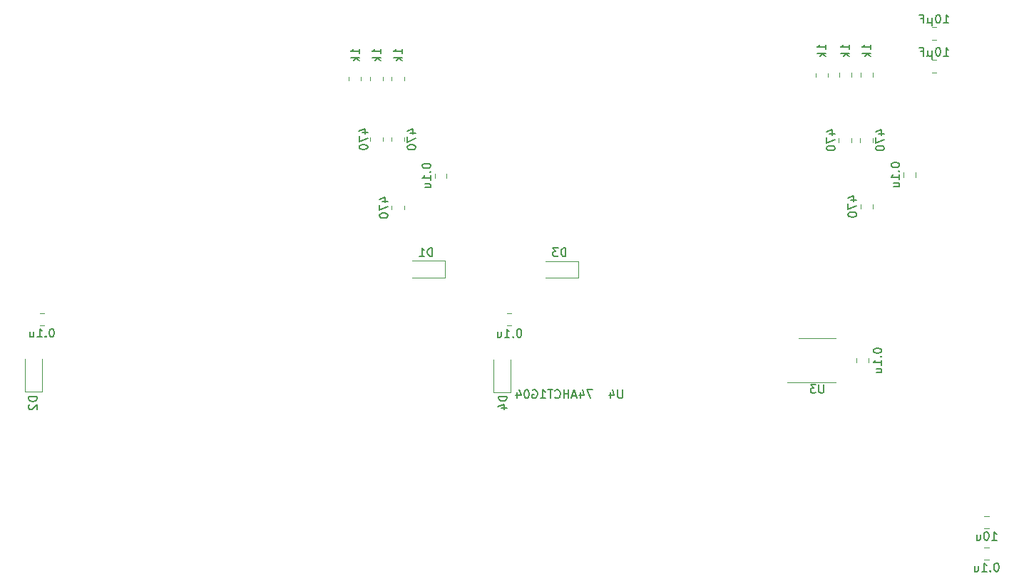
<source format=gbo>
%TF.GenerationSoftware,KiCad,Pcbnew,(6.0.2-0)*%
%TF.CreationDate,2022-03-26T21:25:16+01:00*%
%TF.ProjectId,mockingboard2k,6d6f636b-696e-4676-926f-617264326b2e,0.1*%
%TF.SameCoordinates,PXc52d8a0PY889e9c0*%
%TF.FileFunction,Legend,Bot*%
%TF.FilePolarity,Positive*%
%FSLAX46Y46*%
G04 Gerber Fmt 4.6, Leading zero omitted, Abs format (unit mm)*
G04 Created by KiCad (PCBNEW (6.0.2-0)) date 2022-03-26 21:25:16*
%MOMM*%
%LPD*%
G01*
G04 APERTURE LIST*
%ADD10C,0.150000*%
%ADD11C,0.120000*%
G04 APERTURE END LIST*
D10*
X-9491743Y13899620D02*
X-8920315Y13899620D01*
X-9206029Y13899620D02*
X-9206029Y14899620D01*
X-9110791Y14756762D01*
X-9015553Y14661524D01*
X-8920315Y14613905D01*
X-10110791Y14899620D02*
X-10206029Y14899620D01*
X-10301267Y14852000D01*
X-10348886Y14804381D01*
X-10396505Y14709143D01*
X-10444124Y14518667D01*
X-10444124Y14280572D01*
X-10396505Y14090096D01*
X-10348886Y13994858D01*
X-10301267Y13947239D01*
X-10206029Y13899620D01*
X-10110791Y13899620D01*
X-10015553Y13947239D01*
X-9967934Y13994858D01*
X-9920315Y14090096D01*
X-9872696Y14280572D01*
X-9872696Y14518667D01*
X-9920315Y14709143D01*
X-9967934Y14804381D01*
X-10015553Y14852000D01*
X-10110791Y14899620D01*
X-11301267Y14566286D02*
X-11301267Y13899620D01*
X-10872696Y14566286D02*
X-10872696Y14042477D01*
X-10920315Y13947239D01*
X-11015553Y13899620D01*
X-11158410Y13899620D01*
X-11253648Y13947239D01*
X-11301267Y13994858D01*
X-21476220Y58567486D02*
X-21476220Y58472248D01*
X-21428600Y58377010D01*
X-21380981Y58329391D01*
X-21285743Y58281772D01*
X-21095267Y58234153D01*
X-20857172Y58234153D01*
X-20666696Y58281772D01*
X-20571458Y58329391D01*
X-20523839Y58377010D01*
X-20476220Y58472248D01*
X-20476220Y58567486D01*
X-20523839Y58662724D01*
X-20571458Y58710343D01*
X-20666696Y58757962D01*
X-20857172Y58805581D01*
X-21095267Y58805581D01*
X-21285743Y58757962D01*
X-21380981Y58710343D01*
X-21428600Y58662724D01*
X-21476220Y58567486D01*
X-20571458Y57805581D02*
X-20523839Y57757962D01*
X-20476220Y57805581D01*
X-20523839Y57853200D01*
X-20571458Y57805581D01*
X-20476220Y57805581D01*
X-20476220Y56805581D02*
X-20476220Y57377010D01*
X-20476220Y57091296D02*
X-21476220Y57091296D01*
X-21333362Y57186534D01*
X-21238124Y57281772D01*
X-21190505Y57377010D01*
X-21142886Y55948439D02*
X-20476220Y55948439D01*
X-21142886Y56377010D02*
X-20619077Y56377010D01*
X-20523839Y56329391D01*
X-20476220Y56234153D01*
X-20476220Y56091296D01*
X-20523839Y55996058D01*
X-20571458Y55948439D01*
X-65587715Y39028620D02*
X-65682953Y39028620D01*
X-65778191Y38981000D01*
X-65825810Y38933381D01*
X-65873429Y38838143D01*
X-65921048Y38647667D01*
X-65921048Y38409572D01*
X-65873429Y38219096D01*
X-65825810Y38123858D01*
X-65778191Y38076239D01*
X-65682953Y38028620D01*
X-65587715Y38028620D01*
X-65492477Y38076239D01*
X-65444858Y38123858D01*
X-65397239Y38219096D01*
X-65349620Y38409572D01*
X-65349620Y38647667D01*
X-65397239Y38838143D01*
X-65444858Y38933381D01*
X-65492477Y38981000D01*
X-65587715Y39028620D01*
X-66349620Y38123858D02*
X-66397239Y38076239D01*
X-66349620Y38028620D01*
X-66302000Y38076239D01*
X-66349620Y38123858D01*
X-66349620Y38028620D01*
X-67349620Y38028620D02*
X-66778191Y38028620D01*
X-67063905Y38028620D02*
X-67063905Y39028620D01*
X-66968667Y38885762D01*
X-66873429Y38790524D01*
X-66778191Y38742905D01*
X-68206762Y38695286D02*
X-68206762Y38028620D01*
X-67778191Y38695286D02*
X-67778191Y38171477D01*
X-67825810Y38076239D01*
X-67921048Y38028620D01*
X-68063905Y38028620D01*
X-68159143Y38076239D01*
X-68206762Y38123858D01*
X-23585420Y36494886D02*
X-23585420Y36399648D01*
X-23537800Y36304410D01*
X-23490181Y36256791D01*
X-23394943Y36209172D01*
X-23204467Y36161553D01*
X-22966372Y36161553D01*
X-22775896Y36209172D01*
X-22680658Y36256791D01*
X-22633039Y36304410D01*
X-22585420Y36399648D01*
X-22585420Y36494886D01*
X-22633039Y36590124D01*
X-22680658Y36637743D01*
X-22775896Y36685362D01*
X-22966372Y36732981D01*
X-23204467Y36732981D01*
X-23394943Y36685362D01*
X-23490181Y36637743D01*
X-23537800Y36590124D01*
X-23585420Y36494886D01*
X-22680658Y35732981D02*
X-22633039Y35685362D01*
X-22585420Y35732981D01*
X-22633039Y35780600D01*
X-22680658Y35732981D01*
X-22585420Y35732981D01*
X-22585420Y34732981D02*
X-22585420Y35304410D01*
X-22585420Y35018696D02*
X-23585420Y35018696D01*
X-23442562Y35113934D01*
X-23347324Y35209172D01*
X-23299705Y35304410D01*
X-23252086Y33875839D02*
X-22585420Y33875839D01*
X-23252086Y34304410D02*
X-22728277Y34304410D01*
X-22633039Y34256791D01*
X-22585420Y34161553D01*
X-22585420Y34018696D01*
X-22633039Y33923458D01*
X-22680658Y33875839D01*
X-121089015Y39054020D02*
X-121184253Y39054020D01*
X-121279491Y39006400D01*
X-121327110Y38958781D01*
X-121374729Y38863543D01*
X-121422348Y38673067D01*
X-121422348Y38434972D01*
X-121374729Y38244496D01*
X-121327110Y38149258D01*
X-121279491Y38101639D01*
X-121184253Y38054020D01*
X-121089015Y38054020D01*
X-120993777Y38101639D01*
X-120946158Y38149258D01*
X-120898539Y38244496D01*
X-120850920Y38434972D01*
X-120850920Y38673067D01*
X-120898539Y38863543D01*
X-120946158Y38958781D01*
X-120993777Y39006400D01*
X-121089015Y39054020D01*
X-121850920Y38149258D02*
X-121898539Y38101639D01*
X-121850920Y38054020D01*
X-121803300Y38101639D01*
X-121850920Y38149258D01*
X-121850920Y38054020D01*
X-122850920Y38054020D02*
X-122279491Y38054020D01*
X-122565205Y38054020D02*
X-122565205Y39054020D01*
X-122469967Y38911162D01*
X-122374729Y38815924D01*
X-122279491Y38768305D01*
X-123708062Y38720686D02*
X-123708062Y38054020D01*
X-123279491Y38720686D02*
X-123279491Y38196877D01*
X-123327110Y38101639D01*
X-123422348Y38054020D01*
X-123565205Y38054020D01*
X-123660443Y38101639D01*
X-123708062Y38149258D01*
X-77153020Y58465886D02*
X-77153020Y58370648D01*
X-77105400Y58275410D01*
X-77057781Y58227791D01*
X-76962543Y58180172D01*
X-76772067Y58132553D01*
X-76533972Y58132553D01*
X-76343496Y58180172D01*
X-76248258Y58227791D01*
X-76200639Y58275410D01*
X-76153020Y58370648D01*
X-76153020Y58465886D01*
X-76200639Y58561124D01*
X-76248258Y58608743D01*
X-76343496Y58656362D01*
X-76533972Y58703981D01*
X-76772067Y58703981D01*
X-76962543Y58656362D01*
X-77057781Y58608743D01*
X-77105400Y58561124D01*
X-77153020Y58465886D01*
X-76248258Y57703981D02*
X-76200639Y57656362D01*
X-76153020Y57703981D01*
X-76200639Y57751600D01*
X-76248258Y57703981D01*
X-76153020Y57703981D01*
X-76153020Y56703981D02*
X-76153020Y57275410D01*
X-76153020Y56989696D02*
X-77153020Y56989696D01*
X-77010162Y57084934D01*
X-76914924Y57180172D01*
X-76867305Y57275410D01*
X-76819686Y55846839D02*
X-76153020Y55846839D01*
X-76819686Y56275410D02*
X-76295877Y56275410D01*
X-76200639Y56227791D01*
X-76153020Y56132553D01*
X-76153020Y55989696D01*
X-76200639Y55894458D01*
X-76248258Y55846839D01*
X-8920315Y11191220D02*
X-9015553Y11191220D01*
X-9110791Y11143600D01*
X-9158410Y11095981D01*
X-9206029Y11000743D01*
X-9253648Y10810267D01*
X-9253648Y10572172D01*
X-9206029Y10381696D01*
X-9158410Y10286458D01*
X-9110791Y10238839D01*
X-9015553Y10191220D01*
X-8920315Y10191220D01*
X-8825077Y10238839D01*
X-8777458Y10286458D01*
X-8729839Y10381696D01*
X-8682220Y10572172D01*
X-8682220Y10810267D01*
X-8729839Y11000743D01*
X-8777458Y11095981D01*
X-8825077Y11143600D01*
X-8920315Y11191220D01*
X-9682220Y10286458D02*
X-9729839Y10238839D01*
X-9682220Y10191220D01*
X-9634600Y10238839D01*
X-9682220Y10286458D01*
X-9682220Y10191220D01*
X-10682220Y10191220D02*
X-10110791Y10191220D01*
X-10396505Y10191220D02*
X-10396505Y11191220D01*
X-10301267Y11048362D01*
X-10206029Y10953124D01*
X-10110791Y10905505D01*
X-11539362Y10857886D02*
X-11539362Y10191220D01*
X-11110791Y10857886D02*
X-11110791Y10334077D01*
X-11158410Y10238839D01*
X-11253648Y10191220D01*
X-11396505Y10191220D01*
X-11491743Y10238839D01*
X-11539362Y10286458D01*
X-122864620Y30964096D02*
X-123864620Y30964096D01*
X-123864620Y30726000D01*
X-123817000Y30583143D01*
X-123721762Y30487905D01*
X-123626524Y30440286D01*
X-123436048Y30392667D01*
X-123293191Y30392667D01*
X-123102715Y30440286D01*
X-123007477Y30487905D01*
X-122912239Y30583143D01*
X-122864620Y30726000D01*
X-122864620Y30964096D01*
X-123769381Y30011715D02*
X-123817000Y29964096D01*
X-123864620Y29868858D01*
X-123864620Y29630762D01*
X-123817000Y29535524D01*
X-123769381Y29487905D01*
X-123674143Y29440286D01*
X-123578905Y29440286D01*
X-123436048Y29487905D01*
X-122864620Y30059334D01*
X-122864620Y29440286D01*
X-67086710Y31011471D02*
X-68086710Y31011471D01*
X-68086710Y30773375D01*
X-68039090Y30630518D01*
X-67943852Y30535280D01*
X-67848614Y30487661D01*
X-67658138Y30440042D01*
X-67515281Y30440042D01*
X-67324805Y30487661D01*
X-67229567Y30535280D01*
X-67134329Y30630518D01*
X-67086710Y30773375D01*
X-67086710Y31011471D01*
X-67753376Y29582899D02*
X-67086710Y29582899D01*
X-68134329Y29820995D02*
X-67420043Y30059090D01*
X-67420043Y29440042D01*
X-23931620Y72255048D02*
X-23931620Y72826477D01*
X-23931620Y72540762D02*
X-24931620Y72540762D01*
X-24788762Y72636000D01*
X-24693524Y72731239D01*
X-24645905Y72826477D01*
X-23931620Y71826477D02*
X-24931620Y71826477D01*
X-24312572Y71731239D02*
X-23931620Y71445524D01*
X-24598286Y71445524D02*
X-24217334Y71826477D01*
X-26244413Y54343593D02*
X-25577747Y54343593D01*
X-26625366Y54581688D02*
X-25911080Y54819784D01*
X-25911080Y54200736D01*
X-26577747Y53915022D02*
X-26577747Y53248355D01*
X-25577747Y53676927D01*
X-26577747Y52676927D02*
X-26577747Y52581688D01*
X-26530127Y52486450D01*
X-26482508Y52438831D01*
X-26387270Y52391212D01*
X-26196794Y52343593D01*
X-25958699Y52343593D01*
X-25768223Y52391212D01*
X-25672985Y52438831D01*
X-25625366Y52486450D01*
X-25577747Y52581688D01*
X-25577747Y52676927D01*
X-25625366Y52772165D01*
X-25672985Y52819784D01*
X-25768223Y52867403D01*
X-25958699Y52915022D01*
X-26196794Y52915022D01*
X-26387270Y52867403D01*
X-26482508Y52819784D01*
X-26530127Y52772165D01*
X-26577747Y52676927D01*
X-15240143Y75395620D02*
X-14668715Y75395620D01*
X-14954429Y75395620D02*
X-14954429Y76395620D01*
X-14859191Y76252762D01*
X-14763953Y76157524D01*
X-14668715Y76109905D01*
X-15859191Y76395620D02*
X-15954429Y76395620D01*
X-16049667Y76348000D01*
X-16097286Y76300381D01*
X-16144905Y76205143D01*
X-16192524Y76014667D01*
X-16192524Y75776572D01*
X-16144905Y75586096D01*
X-16097286Y75490858D01*
X-16049667Y75443239D01*
X-15954429Y75395620D01*
X-15859191Y75395620D01*
X-15763953Y75443239D01*
X-15716334Y75490858D01*
X-15668715Y75586096D01*
X-15621096Y75776572D01*
X-15621096Y76014667D01*
X-15668715Y76205143D01*
X-15716334Y76300381D01*
X-15763953Y76348000D01*
X-15859191Y76395620D01*
X-16621096Y76062286D02*
X-16621096Y75062286D01*
X-17097286Y75538477D02*
X-17144905Y75443239D01*
X-17240143Y75395620D01*
X-16621096Y75538477D02*
X-16668715Y75443239D01*
X-16763953Y75395620D01*
X-16954429Y75395620D01*
X-17049667Y75443239D01*
X-17097286Y75538477D01*
X-17097286Y76062286D01*
X-18002048Y75919429D02*
X-17668715Y75919429D01*
X-17668715Y75395620D02*
X-17668715Y76395620D01*
X-18144905Y76395620D01*
X-60094905Y47648620D02*
X-60094905Y48648620D01*
X-60333000Y48648620D01*
X-60475858Y48601000D01*
X-60571096Y48505762D01*
X-60618715Y48410524D01*
X-60666334Y48220048D01*
X-60666334Y48077191D01*
X-60618715Y47886715D01*
X-60571096Y47791477D01*
X-60475858Y47696239D01*
X-60333000Y47648620D01*
X-60094905Y47648620D01*
X-60999667Y48648620D02*
X-61618715Y48648620D01*
X-61285381Y48267667D01*
X-61428239Y48267667D01*
X-61523477Y48220048D01*
X-61571096Y48172429D01*
X-61618715Y48077191D01*
X-61618715Y47839096D01*
X-61571096Y47743858D01*
X-61523477Y47696239D01*
X-61428239Y47648620D01*
X-61142524Y47648620D01*
X-61047286Y47696239D01*
X-60999667Y47743858D01*
X-26471620Y72255048D02*
X-26471620Y72826477D01*
X-26471620Y72540762D02*
X-27471620Y72540762D01*
X-27328762Y72636000D01*
X-27233524Y72731239D01*
X-27185905Y72826477D01*
X-26471620Y71826477D02*
X-27471620Y71826477D01*
X-26852572Y71731239D02*
X-26471620Y71445524D01*
X-27138286Y71445524D02*
X-26757334Y71826477D01*
X-22959610Y62232891D02*
X-22292944Y62232891D01*
X-23340563Y62470986D02*
X-22626277Y62709082D01*
X-22626277Y62090034D01*
X-23292944Y61804320D02*
X-23292944Y61137653D01*
X-22292944Y61566225D01*
X-23292944Y60566225D02*
X-23292944Y60470986D01*
X-23245324Y60375748D01*
X-23197705Y60328129D01*
X-23102467Y60280510D01*
X-22911991Y60232891D01*
X-22673896Y60232891D01*
X-22483420Y60280510D01*
X-22388182Y60328129D01*
X-22340563Y60375748D01*
X-22292944Y60470986D01*
X-22292944Y60566225D01*
X-22340563Y60661463D01*
X-22388182Y60709082D01*
X-22483420Y60756701D01*
X-22673896Y60804320D01*
X-22911991Y60804320D01*
X-23102467Y60756701D01*
X-23197705Y60709082D01*
X-23245324Y60661463D01*
X-23292944Y60566225D01*
X-53340096Y31789620D02*
X-53340096Y30980096D01*
X-53387715Y30884858D01*
X-53435334Y30837239D01*
X-53530572Y30789620D01*
X-53721048Y30789620D01*
X-53816286Y30837239D01*
X-53863905Y30884858D01*
X-53911524Y30980096D01*
X-53911524Y31789620D01*
X-54816286Y31456286D02*
X-54816286Y30789620D01*
X-54578191Y31837239D02*
X-54340096Y31122953D01*
X-54959143Y31122953D01*
X-56896572Y31789620D02*
X-57563239Y31789620D01*
X-57134667Y30789620D01*
X-58372762Y31456286D02*
X-58372762Y30789620D01*
X-58134667Y31837239D02*
X-57896572Y31122953D01*
X-58515620Y31122953D01*
X-58848953Y31075334D02*
X-59325143Y31075334D01*
X-58753715Y30789620D02*
X-59087048Y31789620D01*
X-59420381Y30789620D01*
X-59753715Y30789620D02*
X-59753715Y31789620D01*
X-59753715Y31313429D02*
X-60325143Y31313429D01*
X-60325143Y30789620D02*
X-60325143Y31789620D01*
X-61372762Y30884858D02*
X-61325143Y30837239D01*
X-61182286Y30789620D01*
X-61087048Y30789620D01*
X-60944191Y30837239D01*
X-60848953Y30932477D01*
X-60801334Y31027715D01*
X-60753715Y31218191D01*
X-60753715Y31361048D01*
X-60801334Y31551524D01*
X-60848953Y31646762D01*
X-60944191Y31742000D01*
X-61087048Y31789620D01*
X-61182286Y31789620D01*
X-61325143Y31742000D01*
X-61372762Y31694381D01*
X-61658477Y31789620D02*
X-62229905Y31789620D01*
X-61944191Y30789620D02*
X-61944191Y31789620D01*
X-63087048Y30789620D02*
X-62515620Y30789620D01*
X-62801334Y30789620D02*
X-62801334Y31789620D01*
X-62706096Y31646762D01*
X-62610858Y31551524D01*
X-62515620Y31503905D01*
X-64039429Y31742000D02*
X-63944191Y31789620D01*
X-63801334Y31789620D01*
X-63658477Y31742000D01*
X-63563239Y31646762D01*
X-63515620Y31551524D01*
X-63468000Y31361048D01*
X-63468000Y31218191D01*
X-63515620Y31027715D01*
X-63563239Y30932477D01*
X-63658477Y30837239D01*
X-63801334Y30789620D01*
X-63896572Y30789620D01*
X-64039429Y30837239D01*
X-64087048Y30884858D01*
X-64087048Y31218191D01*
X-63896572Y31218191D01*
X-64706096Y31789620D02*
X-64801334Y31789620D01*
X-64896572Y31742000D01*
X-64944191Y31694381D01*
X-64991810Y31599143D01*
X-65039429Y31408667D01*
X-65039429Y31170572D01*
X-64991810Y30980096D01*
X-64944191Y30884858D01*
X-64896572Y30837239D01*
X-64801334Y30789620D01*
X-64706096Y30789620D01*
X-64610858Y30837239D01*
X-64563239Y30884858D01*
X-64515620Y30980096D01*
X-64468000Y31170572D01*
X-64468000Y31408667D01*
X-64515620Y31599143D01*
X-64563239Y31694381D01*
X-64610858Y31742000D01*
X-64706096Y31789620D01*
X-65896572Y31456286D02*
X-65896572Y30789620D01*
X-65658477Y31837239D02*
X-65420381Y31122953D01*
X-66039429Y31122953D01*
X-78584808Y62338177D02*
X-77918142Y62338177D01*
X-78965761Y62576272D02*
X-78251475Y62814368D01*
X-78251475Y62195320D01*
X-78918142Y61909606D02*
X-78918142Y61242939D01*
X-77918142Y61671511D01*
X-78918142Y60671511D02*
X-78918142Y60576272D01*
X-78870522Y60481034D01*
X-78822903Y60433415D01*
X-78727665Y60385796D01*
X-78537189Y60338177D01*
X-78299094Y60338177D01*
X-78108618Y60385796D01*
X-78013380Y60433415D01*
X-77965761Y60481034D01*
X-77918142Y60576272D01*
X-77918142Y60671511D01*
X-77965761Y60766749D01*
X-78013380Y60814368D01*
X-78108618Y60861987D01*
X-78299094Y60909606D01*
X-78537189Y60909606D01*
X-78727665Y60861987D01*
X-78822903Y60814368D01*
X-78870522Y60766749D01*
X-78918142Y60671511D01*
X-28789286Y62232891D02*
X-28122620Y62232891D01*
X-29170239Y62470986D02*
X-28455953Y62709082D01*
X-28455953Y62090034D01*
X-29122620Y61804320D02*
X-29122620Y61137653D01*
X-28122620Y61566225D01*
X-29122620Y60566225D02*
X-29122620Y60470986D01*
X-29075000Y60375748D01*
X-29027381Y60328129D01*
X-28932143Y60280510D01*
X-28741667Y60232891D01*
X-28503572Y60232891D01*
X-28313096Y60280510D01*
X-28217858Y60328129D01*
X-28170239Y60375748D01*
X-28122620Y60470986D01*
X-28122620Y60566225D01*
X-28170239Y60661463D01*
X-28217858Y60709082D01*
X-28313096Y60756701D01*
X-28503572Y60804320D01*
X-28741667Y60804320D01*
X-28932143Y60756701D01*
X-29027381Y60709082D01*
X-29075000Y60661463D01*
X-29122620Y60566225D01*
X-75944505Y47674020D02*
X-75944505Y48674020D01*
X-76182600Y48674020D01*
X-76325458Y48626400D01*
X-76420696Y48531162D01*
X-76468315Y48435924D01*
X-76515934Y48245448D01*
X-76515934Y48102591D01*
X-76468315Y47912115D01*
X-76420696Y47816877D01*
X-76325458Y47721639D01*
X-76182600Y47674020D01*
X-75944505Y47674020D01*
X-77468315Y47674020D02*
X-76896886Y47674020D01*
X-77182600Y47674020D02*
X-77182600Y48674020D01*
X-77087362Y48531162D01*
X-76992124Y48435924D01*
X-76896886Y48388305D01*
X-84288286Y62356905D02*
X-83621620Y62356905D01*
X-84669239Y62595000D02*
X-83954953Y62833096D01*
X-83954953Y62214048D01*
X-84621620Y61928334D02*
X-84621620Y61261667D01*
X-83621620Y61690239D01*
X-84621620Y60690239D02*
X-84621620Y60595000D01*
X-84574000Y60499762D01*
X-84526381Y60452143D01*
X-84431143Y60404524D01*
X-84240667Y60356905D01*
X-84002572Y60356905D01*
X-83812096Y60404524D01*
X-83716858Y60452143D01*
X-83669239Y60499762D01*
X-83621620Y60595000D01*
X-83621620Y60690239D01*
X-83669239Y60785477D01*
X-83716858Y60833096D01*
X-83812096Y60880715D01*
X-84002572Y60928334D01*
X-84240667Y60928334D01*
X-84431143Y60880715D01*
X-84526381Y60833096D01*
X-84574000Y60785477D01*
X-84621620Y60690239D01*
X-29464096Y32403620D02*
X-29464096Y31594096D01*
X-29511715Y31498858D01*
X-29559334Y31451239D01*
X-29654572Y31403620D01*
X-29845048Y31403620D01*
X-29940286Y31451239D01*
X-29987905Y31498858D01*
X-30035524Y31594096D01*
X-30035524Y32403620D01*
X-30416477Y32403620D02*
X-31035524Y32403620D01*
X-30702191Y32022667D01*
X-30845048Y32022667D01*
X-30940286Y31975048D01*
X-30987905Y31927429D01*
X-31035524Y31832191D01*
X-31035524Y31594096D01*
X-30987905Y31498858D01*
X-30940286Y31451239D01*
X-30845048Y31403620D01*
X-30559334Y31403620D01*
X-30464096Y31451239D01*
X-30416477Y31498858D01*
X-79557620Y71747048D02*
X-79557620Y72318477D01*
X-79557620Y72032762D02*
X-80557620Y72032762D01*
X-80414762Y72128000D01*
X-80319524Y72223239D01*
X-80271905Y72318477D01*
X-79557620Y71318477D02*
X-80557620Y71318477D01*
X-79938572Y71223239D02*
X-79557620Y70937524D01*
X-80224286Y70937524D02*
X-79843334Y71318477D01*
X-82097620Y71747048D02*
X-82097620Y72318477D01*
X-82097620Y72032762D02*
X-83097620Y72032762D01*
X-82954762Y72128000D01*
X-82859524Y72223239D01*
X-82811905Y72318477D01*
X-82097620Y71318477D02*
X-83097620Y71318477D01*
X-82478572Y71223239D02*
X-82097620Y70937524D01*
X-82764286Y70937524D02*
X-82383334Y71318477D01*
X-84637620Y71747048D02*
X-84637620Y72318477D01*
X-84637620Y72032762D02*
X-85637620Y72032762D01*
X-85494762Y72128000D01*
X-85399524Y72223239D01*
X-85351905Y72318477D01*
X-84637620Y71318477D02*
X-85637620Y71318477D01*
X-85018572Y71223239D02*
X-84637620Y70937524D01*
X-85304286Y70937524D02*
X-84923334Y71318477D01*
X-15240143Y71482120D02*
X-14668715Y71482120D01*
X-14954429Y71482120D02*
X-14954429Y72482120D01*
X-14859191Y72339262D01*
X-14763953Y72244024D01*
X-14668715Y72196405D01*
X-15859191Y72482120D02*
X-15954429Y72482120D01*
X-16049667Y72434500D01*
X-16097286Y72386881D01*
X-16144905Y72291643D01*
X-16192524Y72101167D01*
X-16192524Y71863072D01*
X-16144905Y71672596D01*
X-16097286Y71577358D01*
X-16049667Y71529739D01*
X-15954429Y71482120D01*
X-15859191Y71482120D01*
X-15763953Y71529739D01*
X-15716334Y71577358D01*
X-15668715Y71672596D01*
X-15621096Y71863072D01*
X-15621096Y72101167D01*
X-15668715Y72291643D01*
X-15716334Y72386881D01*
X-15763953Y72434500D01*
X-15859191Y72482120D01*
X-16621096Y72148786D02*
X-16621096Y71148786D01*
X-17097286Y71624977D02*
X-17144905Y71529739D01*
X-17240143Y71482120D01*
X-16621096Y71624977D02*
X-16668715Y71529739D01*
X-16763953Y71482120D01*
X-16954429Y71482120D01*
X-17049667Y71529739D01*
X-17097286Y71624977D01*
X-17097286Y72148786D01*
X-18002048Y72005929D02*
X-17668715Y72005929D01*
X-17668715Y71482120D02*
X-17668715Y72482120D01*
X-18144905Y72482120D01*
X-29265620Y72255048D02*
X-29265620Y72826477D01*
X-29265620Y72540762D02*
X-30265620Y72540762D01*
X-30122762Y72636000D01*
X-30027524Y72731239D01*
X-29979905Y72826477D01*
X-29265620Y71826477D02*
X-30265620Y71826477D01*
X-29646572Y71731239D02*
X-29265620Y71445524D01*
X-29932286Y71445524D02*
X-29551334Y71826477D01*
X-81880600Y54217474D02*
X-81213934Y54217474D01*
X-82261553Y54455569D02*
X-81547267Y54693665D01*
X-81547267Y54074617D01*
X-82213934Y53788903D02*
X-82213934Y53122236D01*
X-81213934Y53550808D01*
X-82213934Y52550808D02*
X-82213934Y52455569D01*
X-82166314Y52360331D01*
X-82118695Y52312712D01*
X-82023457Y52265093D01*
X-81832981Y52217474D01*
X-81594886Y52217474D01*
X-81404410Y52265093D01*
X-81309172Y52312712D01*
X-81261553Y52360331D01*
X-81213934Y52455569D01*
X-81213934Y52550808D01*
X-81261553Y52646046D01*
X-81309172Y52693665D01*
X-81404410Y52741284D01*
X-81594886Y52788903D01*
X-81832981Y52788903D01*
X-82023457Y52741284D01*
X-82118695Y52693665D01*
X-82166314Y52646046D01*
X-82213934Y52550808D01*
D11*
X-9876022Y15292000D02*
X-10393178Y15292000D01*
X-9876022Y16712000D02*
X-10393178Y16712000D01*
X-19988600Y57094622D02*
X-19988600Y57611778D01*
X-18568600Y57094622D02*
X-18568600Y57611778D01*
X-67060578Y39472800D02*
X-66543422Y39472800D01*
X-67060578Y40892800D02*
X-66543422Y40892800D01*
X-25602000Y35047422D02*
X-25602000Y35564578D01*
X-24182000Y35047422D02*
X-24182000Y35564578D01*
X-122511078Y40842000D02*
X-121993922Y40842000D01*
X-122511078Y39422000D02*
X-121993922Y39422000D01*
X-75665400Y56993022D02*
X-75665400Y57510178D01*
X-74245400Y56993022D02*
X-74245400Y57510178D01*
X-9876022Y11583600D02*
X-10393178Y11583600D01*
X-9876022Y13003600D02*
X-10393178Y13003600D01*
X-122317000Y31532000D02*
X-124317000Y31532000D01*
X-124317000Y31532000D02*
X-124317000Y35432000D01*
X-122317000Y31532000D02*
X-122317000Y35432000D01*
X-68666090Y31452375D02*
X-68666090Y35352375D01*
X-66666090Y31452375D02*
X-68666090Y31452375D01*
X-66666090Y31452375D02*
X-66666090Y35352375D01*
X-25119000Y69011436D02*
X-25119000Y69465564D01*
X-23649000Y69011436D02*
X-23649000Y69465564D01*
X-25115127Y53354624D02*
X-25115127Y53808752D01*
X-23645127Y53354624D02*
X-23645127Y53808752D01*
X-16644252Y74903000D02*
X-16121748Y74903000D01*
X-16644252Y73433000D02*
X-16121748Y73433000D01*
X-58583000Y45101000D02*
X-62483000Y45101000D01*
X-58583000Y47101000D02*
X-58583000Y45101000D01*
X-58583000Y47101000D02*
X-62483000Y47101000D01*
X-26189000Y69011436D02*
X-26189000Y69465564D01*
X-27659000Y69011436D02*
X-27659000Y69465564D01*
X-23660324Y61698050D02*
X-23660324Y61243922D01*
X-25130324Y61698050D02*
X-25130324Y61243922D01*
X-80755522Y61803336D02*
X-80755522Y61349208D01*
X-79285522Y61803336D02*
X-79285522Y61349208D01*
X-26196019Y61698050D02*
X-26196019Y61243922D01*
X-27666019Y61698050D02*
X-27666019Y61243922D01*
X-74432600Y47126400D02*
X-78332600Y47126400D01*
X-74432600Y45126400D02*
X-78332600Y45126400D01*
X-74432600Y47126400D02*
X-74432600Y45126400D01*
X-81823388Y61800435D02*
X-81823388Y61346307D01*
X-83293388Y61800435D02*
X-83293388Y61346307D01*
X-30226000Y37916000D02*
X-28026000Y37916000D01*
X-30226000Y32696000D02*
X-28026000Y32696000D01*
X-30226000Y37916000D02*
X-32426000Y37916000D01*
X-30226000Y32696000D02*
X-33826000Y32696000D01*
X-79281584Y68556743D02*
X-79281584Y69010871D01*
X-80751584Y68556743D02*
X-80751584Y69010871D01*
X-83297925Y68568849D02*
X-83297925Y69022977D01*
X-81827925Y68568849D02*
X-81827925Y69022977D01*
X-84399267Y68576812D02*
X-84399267Y69030940D01*
X-85869267Y68576812D02*
X-85869267Y69030940D01*
X-16644252Y69519500D02*
X-16121748Y69519500D01*
X-16644252Y70989500D02*
X-16121748Y70989500D01*
X-30453000Y68964436D02*
X-30453000Y69418564D01*
X-28983000Y68964436D02*
X-28983000Y69418564D01*
X-80751314Y53228505D02*
X-80751314Y53682633D01*
X-79281314Y53228505D02*
X-79281314Y53682633D01*
M02*

</source>
